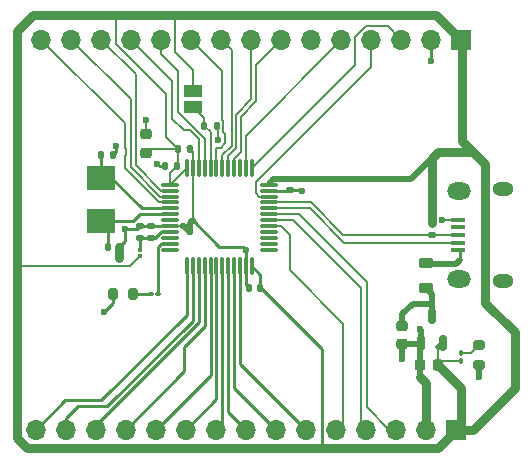
<source format=gbr>
%TF.GenerationSoftware,KiCad,Pcbnew,8.0.8*%
%TF.CreationDate,2025-01-21T23:24:59+01:00*%
%TF.ProjectId,STM32_Design,53544d33-325f-4446-9573-69676e2e6b69,rev?*%
%TF.SameCoordinates,Original*%
%TF.FileFunction,Copper,L1,Top*%
%TF.FilePolarity,Positive*%
%FSLAX46Y46*%
G04 Gerber Fmt 4.6, Leading zero omitted, Abs format (unit mm)*
G04 Created by KiCad (PCBNEW 8.0.8) date 2025-01-21 23:24:59*
%MOMM*%
%LPD*%
G01*
G04 APERTURE LIST*
G04 Aperture macros list*
%AMRoundRect*
0 Rectangle with rounded corners*
0 $1 Rounding radius*
0 $2 $3 $4 $5 $6 $7 $8 $9 X,Y pos of 4 corners*
0 Add a 4 corners polygon primitive as box body*
4,1,4,$2,$3,$4,$5,$6,$7,$8,$9,$2,$3,0*
0 Add four circle primitives for the rounded corners*
1,1,$1+$1,$2,$3*
1,1,$1+$1,$4,$5*
1,1,$1+$1,$6,$7*
1,1,$1+$1,$8,$9*
0 Add four rect primitives between the rounded corners*
20,1,$1+$1,$2,$3,$4,$5,0*
20,1,$1+$1,$4,$5,$6,$7,0*
20,1,$1+$1,$6,$7,$8,$9,0*
20,1,$1+$1,$8,$9,$2,$3,0*%
G04 Aperture macros list end*
%TA.AperFunction,SMDPad,CuDef*%
%ADD10RoundRect,0.075000X0.075000X-0.125000X0.075000X0.125000X-0.075000X0.125000X-0.075000X-0.125000X0*%
%TD*%
%TA.AperFunction,SMDPad,CuDef*%
%ADD11R,2.400000X2.000000*%
%TD*%
%TA.AperFunction,SMDPad,CuDef*%
%ADD12RoundRect,0.075000X-0.662500X-0.075000X0.662500X-0.075000X0.662500X0.075000X-0.662500X0.075000X0*%
%TD*%
%TA.AperFunction,SMDPad,CuDef*%
%ADD13RoundRect,0.075000X-0.075000X-0.662500X0.075000X-0.662500X0.075000X0.662500X-0.075000X0.662500X0*%
%TD*%
%TA.AperFunction,SMDPad,CuDef*%
%ADD14RoundRect,0.150000X0.150000X-0.512500X0.150000X0.512500X-0.150000X0.512500X-0.150000X-0.512500X0*%
%TD*%
%TA.AperFunction,SMDPad,CuDef*%
%ADD15RoundRect,0.135000X0.185000X-0.135000X0.185000X0.135000X-0.185000X0.135000X-0.185000X-0.135000X0*%
%TD*%
%TA.AperFunction,SMDPad,CuDef*%
%ADD16RoundRect,0.200000X0.200000X0.275000X-0.200000X0.275000X-0.200000X-0.275000X0.200000X-0.275000X0*%
%TD*%
%TA.AperFunction,SMDPad,CuDef*%
%ADD17RoundRect,0.135000X0.135000X0.185000X-0.135000X0.185000X-0.135000X-0.185000X0.135000X-0.185000X0*%
%TD*%
%TA.AperFunction,SMDPad,CuDef*%
%ADD18RoundRect,0.200000X-0.275000X0.200000X-0.275000X-0.200000X0.275000X-0.200000X0.275000X0.200000X0*%
%TD*%
%TA.AperFunction,SMDPad,CuDef*%
%ADD19R,1.500000X1.000000*%
%TD*%
%TA.AperFunction,ComponentPad*%
%ADD20R,1.700000X1.700000*%
%TD*%
%TA.AperFunction,ComponentPad*%
%ADD21O,1.700000X1.700000*%
%TD*%
%TA.AperFunction,SMDPad,CuDef*%
%ADD22R,1.300000X0.450000*%
%TD*%
%TA.AperFunction,HeatsinkPad*%
%ADD23O,1.800000X1.150000*%
%TD*%
%TA.AperFunction,HeatsinkPad*%
%ADD24O,2.000000X1.450000*%
%TD*%
%TA.AperFunction,SMDPad,CuDef*%
%ADD25RoundRect,0.218750X-0.381250X0.218750X-0.381250X-0.218750X0.381250X-0.218750X0.381250X0.218750X0*%
%TD*%
%TA.AperFunction,SMDPad,CuDef*%
%ADD26RoundRect,0.100000X-0.130000X-0.100000X0.130000X-0.100000X0.130000X0.100000X-0.130000X0.100000X0*%
%TD*%
%TA.AperFunction,SMDPad,CuDef*%
%ADD27RoundRect,0.100000X-0.100000X0.130000X-0.100000X-0.130000X0.100000X-0.130000X0.100000X0.130000X0*%
%TD*%
%TA.AperFunction,SMDPad,CuDef*%
%ADD28RoundRect,0.140000X-0.140000X-0.170000X0.140000X-0.170000X0.140000X0.170000X-0.140000X0.170000X0*%
%TD*%
%TA.AperFunction,SMDPad,CuDef*%
%ADD29RoundRect,0.140000X0.170000X-0.140000X0.170000X0.140000X-0.170000X0.140000X-0.170000X-0.140000X0*%
%TD*%
%TA.AperFunction,SMDPad,CuDef*%
%ADD30RoundRect,0.140000X-0.170000X0.140000X-0.170000X-0.140000X0.170000X-0.140000X0.170000X0.140000X0*%
%TD*%
%TA.AperFunction,SMDPad,CuDef*%
%ADD31RoundRect,0.140000X0.140000X0.170000X-0.140000X0.170000X-0.140000X-0.170000X0.140000X-0.170000X0*%
%TD*%
%TA.AperFunction,SMDPad,CuDef*%
%ADD32RoundRect,0.225000X0.250000X-0.225000X0.250000X0.225000X-0.250000X0.225000X-0.250000X-0.225000X0*%
%TD*%
%TA.AperFunction,SMDPad,CuDef*%
%ADD33RoundRect,0.225000X0.225000X0.250000X-0.225000X0.250000X-0.225000X-0.250000X0.225000X-0.250000X0*%
%TD*%
%TA.AperFunction,SMDPad,CuDef*%
%ADD34RoundRect,0.225000X-0.250000X0.225000X-0.250000X-0.225000X0.250000X-0.225000X0.250000X0.225000X0*%
%TD*%
%TA.AperFunction,ViaPad*%
%ADD35C,0.600000*%
%TD*%
%TA.AperFunction,Conductor*%
%ADD36C,0.200000*%
%TD*%
%TA.AperFunction,Conductor*%
%ADD37C,0.250000*%
%TD*%
%TA.AperFunction,Conductor*%
%ADD38C,0.500000*%
%TD*%
%TA.AperFunction,Conductor*%
%ADD39C,0.750000*%
%TD*%
G04 APERTURE END LIST*
D10*
%TO.P,L1,1,1*%
%TO.N,+3.3V*%
X111750000Y-81775000D03*
%TO.P,L1,2,2*%
%TO.N,+3.3VA*%
X111750000Y-81275000D03*
%TD*%
D11*
%TO.P,Y1,1,1*%
%TO.N,/HSE_OUT*%
X108500000Y-75150000D03*
%TO.P,Y1,2,2*%
%TO.N,/HSE_IN*%
X108500000Y-78850000D03*
%TD*%
D12*
%TO.P,U2,1,VBAT*%
%TO.N,+3.3V*%
X114337500Y-75750000D03*
%TO.P,U2,2,PC13*%
%TO.N,PC13*%
X114337500Y-76250000D03*
%TO.P,U2,3,PC14*%
%TO.N,PC14*%
X114337500Y-76750000D03*
%TO.P,U2,4,PC15*%
%TO.N,PC15*%
X114337500Y-77250000D03*
%TO.P,U2,5,PD0*%
%TO.N,/HSE_OUT*%
X114337500Y-77750000D03*
%TO.P,U2,6,PD1*%
%TO.N,/HSE_IN*%
X114337500Y-78250000D03*
%TO.P,U2,7,NRST*%
%TO.N,unconnected-(U2-NRST-Pad7)*%
X114337500Y-78750000D03*
%TO.P,U2,8,VSSA*%
%TO.N,GND*%
X114337500Y-79250000D03*
%TO.P,U2,9,VDDA*%
%TO.N,+3.3VA*%
X114337500Y-79750000D03*
%TO.P,U2,10,PA0*%
%TO.N,unconnected-(U2-PA0-Pad10)*%
X114337500Y-80250000D03*
%TO.P,U2,11,PA1*%
%TO.N,Net-(D2-A)*%
X114337500Y-80750000D03*
%TO.P,U2,12,PA2*%
%TO.N,unconnected-(U2-PA2-Pad12)*%
X114337500Y-81250000D03*
D13*
%TO.P,U2,13,PA3*%
%TO.N,PA3*%
X115750000Y-82662500D03*
%TO.P,U2,14,PA4*%
%TO.N,PA4*%
X116250000Y-82662500D03*
%TO.P,U2,15,PA5*%
%TO.N,PA5*%
X116750000Y-82662500D03*
%TO.P,U2,16,PA6*%
%TO.N,PA6*%
X117250000Y-82662500D03*
%TO.P,U2,17,PA7*%
%TO.N,PA7*%
X117750000Y-82662500D03*
%TO.P,U2,18,PB0*%
%TO.N,PB0*%
X118250000Y-82662500D03*
%TO.P,U2,19,PB1*%
%TO.N,PB1*%
X118750000Y-82662500D03*
%TO.P,U2,20,PB2*%
%TO.N,PB2*%
X119250000Y-82662500D03*
%TO.P,U2,21,PB10*%
%TO.N,PB10*%
X119750000Y-82662500D03*
%TO.P,U2,22,PB11*%
%TO.N,PB11*%
X120250000Y-82662500D03*
%TO.P,U2,23,VSS*%
%TO.N,GND*%
X120750000Y-82662500D03*
%TO.P,U2,24,VDD*%
%TO.N,+3.3V*%
X121250000Y-82662500D03*
D12*
%TO.P,U2,25,PB12*%
%TO.N,unconnected-(U2-PB12-Pad25)*%
X122662500Y-81250000D03*
%TO.P,U2,26,PB13*%
%TO.N,unconnected-(U2-PB13-Pad26)*%
X122662500Y-80750000D03*
%TO.P,U2,27,PB14*%
%TO.N,unconnected-(U2-PB14-Pad27)*%
X122662500Y-80250000D03*
%TO.P,U2,28,PB15*%
%TO.N,unconnected-(U2-PB15-Pad28)*%
X122662500Y-79750000D03*
%TO.P,U2,29,PA8*%
%TO.N,PA8*%
X122662500Y-79250000D03*
%TO.P,U2,30,PA9*%
%TO.N,PA9*%
X122662500Y-78750000D03*
%TO.P,U2,31,PA10*%
%TO.N,PA10*%
X122662500Y-78250000D03*
%TO.P,U2,32,PA11*%
%TO.N,USB_D-*%
X122662500Y-77750000D03*
%TO.P,U2,33,PA12*%
%TO.N,USB_D+*%
X122662500Y-77250000D03*
%TO.P,U2,34,PA13*%
%TO.N,SWDIO*%
X122662500Y-76750000D03*
%TO.P,U2,35,VSS*%
%TO.N,GND*%
X122662500Y-76250000D03*
%TO.P,U2,36,VDD*%
%TO.N,+3.3V*%
X122662500Y-75750000D03*
D13*
%TO.P,U2,37,PA14*%
%TO.N,SWCLK*%
X121250000Y-74337500D03*
%TO.P,U2,38,PA15*%
%TO.N,PA15*%
X120750000Y-74337500D03*
%TO.P,U2,39,PB3*%
%TO.N,PB3*%
X120250000Y-74337500D03*
%TO.P,U2,40,PB4*%
%TO.N,PB4*%
X119750000Y-74337500D03*
%TO.P,U2,41,PB5*%
%TO.N,PB5*%
X119250000Y-74337500D03*
%TO.P,U2,42,PB6*%
%TO.N,PB6*%
X118750000Y-74337500D03*
%TO.P,U2,43,PB7*%
%TO.N,PB7*%
X118250000Y-74337500D03*
%TO.P,U2,44,BOOT0*%
%TO.N,/BOOT0*%
X117750000Y-74337500D03*
%TO.P,U2,45,PB8*%
%TO.N,PB8*%
X117250000Y-74337500D03*
%TO.P,U2,46,PB9*%
%TO.N,PB9*%
X116750000Y-74337500D03*
%TO.P,U2,47,VSS*%
%TO.N,GND*%
X116250000Y-74337500D03*
%TO.P,U2,48,VDD*%
%TO.N,+3.3V*%
X115750000Y-74337500D03*
%TD*%
D14*
%TO.P,U1,3,VI*%
%TO.N,VCC*%
X136500000Y-86862500D03*
%TO.P,U1,2,VO*%
%TO.N,+3.3V*%
X137450000Y-89137500D03*
%TO.P,U1,1,GND*%
%TO.N,GND*%
X135550000Y-89137500D03*
%TD*%
D15*
%TO.P,R4,2*%
%TO.N,+3.3V*%
X136500000Y-78990000D03*
%TO.P,R4,1*%
%TO.N,USB_D+*%
X136500000Y-80010000D03*
%TD*%
D16*
%TO.P,R3,1*%
%TO.N,Net-(D2-K)*%
X111150000Y-85000000D03*
%TO.P,R3,2*%
%TO.N,GND*%
X109500000Y-85000000D03*
%TD*%
D17*
%TO.P,R2,1*%
%TO.N,GND*%
X118260000Y-70750000D03*
%TO.P,R2,2*%
%TO.N,/BOOT0*%
X117240000Y-70750000D03*
%TD*%
D18*
%TO.P,R1,1*%
%TO.N,Net-(D1-K)*%
X140500000Y-89350000D03*
%TO.P,R1,2*%
%TO.N,GND*%
X140500000Y-91000000D03*
%TD*%
D19*
%TO.P,JP1,1,A*%
%TO.N,/BOOT0*%
X116250000Y-69150000D03*
%TO.P,JP1,2,B*%
%TO.N,+3.3V*%
X116250000Y-67850000D03*
%TD*%
D20*
%TO.P,J3,1,Pin_1*%
%TO.N,+3.3V*%
X138500000Y-96500000D03*
D21*
%TO.P,J3,2,Pin_2*%
%TO.N,GND*%
X135960000Y-96500000D03*
%TO.P,J3,3,Pin_3*%
%TO.N,PA10*%
X133420000Y-96500000D03*
%TO.P,J3,4,Pin_4*%
%TO.N,PA9*%
X130880000Y-96500000D03*
%TO.P,J3,5,Pin_5*%
%TO.N,PA8*%
X128340000Y-96500000D03*
%TO.P,J3,6,Pin_6*%
%TO.N,PB11*%
X125800000Y-96500000D03*
%TO.P,J3,7,Pin_7*%
%TO.N,PB10*%
X123260000Y-96500000D03*
%TO.P,J3,8,Pin_8*%
%TO.N,PB2*%
X120720000Y-96500000D03*
%TO.P,J3,9,Pin_9*%
%TO.N,PB1*%
X118180000Y-96500000D03*
%TO.P,J3,10,Pin_10*%
%TO.N,PB0*%
X115640000Y-96500000D03*
%TO.P,J3,11,Pin_11*%
%TO.N,PA7*%
X113100000Y-96500000D03*
%TO.P,J3,12,Pin_12*%
%TO.N,PA6*%
X110560000Y-96500000D03*
%TO.P,J3,13,Pin_13*%
%TO.N,PA5*%
X108020000Y-96500000D03*
%TO.P,J3,14,Pin_14*%
%TO.N,PA4*%
X105480000Y-96500000D03*
%TO.P,J3,15,Pin_15*%
%TO.N,PA3*%
X102940000Y-96500000D03*
%TD*%
D20*
%TO.P,J2,1,Pin_1*%
%TO.N,+3.3V*%
X139000000Y-63500000D03*
D21*
%TO.P,J2,2,Pin_2*%
%TO.N,GND*%
X136460000Y-63500000D03*
%TO.P,J2,3,Pin_3*%
%TO.N,SWCLK*%
X133920000Y-63500000D03*
%TO.P,J2,4,Pin_4*%
%TO.N,SWDIO*%
X131380000Y-63500000D03*
%TO.P,J2,5,Pin_5*%
%TO.N,PA15*%
X128840000Y-63500000D03*
%TO.P,J2,6,Pin_6*%
%TO.N,SW0*%
X126300000Y-63500000D03*
%TO.P,J2,7,Pin_7*%
%TO.N,PB4*%
X123760000Y-63500000D03*
%TO.P,J2,8,Pin_8*%
%TO.N,PB5*%
X121220000Y-63500000D03*
%TO.P,J2,9,Pin_9*%
%TO.N,PB6*%
X118680000Y-63500000D03*
%TO.P,J2,10,Pin_10*%
%TO.N,PB7*%
X116140000Y-63500000D03*
%TO.P,J2,11,Pin_11*%
%TO.N,PB8*%
X113600000Y-63500000D03*
%TO.P,J2,12,Pin_12*%
%TO.N,PB9*%
X111060000Y-63500000D03*
%TO.P,J2,13,Pin_13*%
%TO.N,PC13*%
X108520000Y-63500000D03*
%TO.P,J2,14,Pin_14*%
%TO.N,PC14*%
X105980000Y-63500000D03*
%TO.P,J2,15,Pin_15*%
%TO.N,PC15*%
X103440000Y-63500000D03*
%TD*%
D22*
%TO.P,J1,1,VBUS*%
%TO.N,+5V*%
X138700000Y-81300000D03*
%TO.P,J1,2,D-*%
%TO.N,USB_D-*%
X138700000Y-80650000D03*
%TO.P,J1,3,D+*%
%TO.N,USB_D+*%
X138700000Y-80000000D03*
%TO.P,J1,4,ID*%
%TO.N,unconnected-(J1-ID-Pad4)*%
X138700000Y-79350000D03*
%TO.P,J1,5,GND*%
%TO.N,GND*%
X138700000Y-78700000D03*
D23*
%TO.P,J1,6,Shield*%
%TO.N,unconnected-(J1-Shield-Pad6)*%
X142550000Y-83875000D03*
D24*
%TO.N,unconnected-(J1-Shield-Pad6)_1*%
X138750000Y-83725000D03*
%TO.N,unconnected-(J1-Shield-Pad6)_2*%
X138750000Y-76275000D03*
D23*
%TO.N,unconnected-(J1-Shield-Pad6)_3*%
X142550000Y-76125000D03*
%TD*%
D25*
%TO.P,FB1,1*%
%TO.N,+5V*%
X136000000Y-82337500D03*
%TO.P,FB1,2*%
%TO.N,VCC*%
X136000000Y-84462500D03*
%TD*%
D26*
%TO.P,D2,2,A*%
%TO.N,Net-(D2-A)*%
X113320000Y-85000000D03*
%TO.P,D2,1,K*%
%TO.N,Net-(D2-K)*%
X112680000Y-85000000D03*
%TD*%
D27*
%TO.P,D1,1,K*%
%TO.N,Net-(D1-K)*%
X139000000Y-90025000D03*
%TO.P,D1,2,A*%
%TO.N,+3.3V*%
X139000000Y-90665000D03*
%TD*%
D28*
%TO.P,C11,1*%
%TO.N,/HSE_IN*%
X109040000Y-81000000D03*
%TO.P,C11,2*%
%TO.N,GND*%
X110000000Y-81000000D03*
%TD*%
%TO.P,C10,1*%
%TO.N,/HSE_OUT*%
X108520000Y-73250000D03*
%TO.P,C10,2*%
%TO.N,GND*%
X109480000Y-73250000D03*
%TD*%
D29*
%TO.P,C9,1*%
%TO.N,+3.3VA*%
X112750000Y-80230000D03*
%TO.P,C9,2*%
%TO.N,GND*%
X112750000Y-79270000D03*
%TD*%
%TO.P,C8,1*%
%TO.N,+3.3VA*%
X111750000Y-80230000D03*
%TO.P,C8,2*%
%TO.N,GND*%
X111750000Y-79270000D03*
%TD*%
D28*
%TO.P,C7,1*%
%TO.N,+3.3V*%
X115020000Y-72750000D03*
%TO.P,C7,2*%
%TO.N,GND*%
X115980000Y-72750000D03*
%TD*%
D30*
%TO.P,C6,2*%
%TO.N,GND*%
X124500000Y-76230000D03*
%TO.P,C6,1*%
%TO.N,+3.3V*%
X124500000Y-75270000D03*
%TD*%
D31*
%TO.P,C5,2*%
%TO.N,GND*%
X121020000Y-84500000D03*
%TO.P,C5,1*%
%TO.N,+3.3V*%
X121980000Y-84500000D03*
%TD*%
%TO.P,C4,1*%
%TO.N,+3.3V*%
X114880000Y-74200000D03*
%TO.P,C4,2*%
%TO.N,GND*%
X113920000Y-74200000D03*
%TD*%
D32*
%TO.P,C3,1*%
%TO.N,+3.3V*%
X112250000Y-73025000D03*
%TO.P,C3,2*%
%TO.N,GND*%
X112250000Y-71475000D03*
%TD*%
D33*
%TO.P,C2,2*%
%TO.N,GND*%
X135450000Y-91000000D03*
%TO.P,C2,1*%
%TO.N,+3.3V*%
X137000000Y-91000000D03*
%TD*%
D34*
%TO.P,C1,2*%
%TO.N,GND*%
X134000000Y-89275000D03*
%TO.P,C1,1*%
%TO.N,VCC*%
X134000000Y-87725000D03*
%TD*%
D35*
%TO.N,GND*%
X113250000Y-74000000D03*
X136460000Y-65250000D03*
X125500000Y-76250000D03*
X120750000Y-81250000D03*
X116000000Y-79750000D03*
X110500000Y-79475000D03*
X109750000Y-72500000D03*
X108750000Y-86500000D03*
X137375000Y-78746122D03*
X135500000Y-88000000D03*
X134000000Y-90500000D03*
X135450000Y-92000000D03*
X140500000Y-92000000D03*
X112250000Y-70250000D03*
X118400000Y-72000000D03*
X110000000Y-82000000D03*
%TD*%
D36*
%TO.N,+3.3V*%
X114337500Y-74742500D02*
X114880000Y-74200000D01*
X114337500Y-75750000D02*
X114337500Y-74742500D01*
X115020000Y-74060000D02*
X114880000Y-74200000D01*
X115020000Y-72750000D02*
X115020000Y-74060000D01*
D37*
%TO.N,GND*%
X113450000Y-74200000D02*
X113250000Y-74000000D01*
X113920000Y-74200000D02*
X113450000Y-74200000D01*
%TO.N,Net-(D2-K)*%
X112680000Y-85000000D02*
X111150000Y-85000000D01*
D38*
%TO.N,VCC*%
X136500000Y-84962500D02*
X136000000Y-84462500D01*
X136500000Y-86862500D02*
X136500000Y-84962500D01*
%TO.N,+5V*%
X136162500Y-82500000D02*
X138500000Y-82500000D01*
X136000000Y-82337500D02*
X136162500Y-82500000D01*
X138500000Y-82500000D02*
X138845000Y-82155000D01*
D36*
%TO.N,GND*%
X137375000Y-78746122D02*
X137421122Y-78700000D01*
%TO.N,USB_D+*%
X136510000Y-80000000D02*
X136500000Y-80010000D01*
X138700000Y-80000000D02*
X136510000Y-80000000D01*
%TO.N,GND*%
X137421122Y-78700000D02*
X138700000Y-78700000D01*
%TO.N,USB_D-*%
X126179314Y-77750000D02*
X122662500Y-77750000D01*
X129084314Y-80655000D02*
X126179314Y-77750000D01*
X138695000Y-80655000D02*
X129084314Y-80655000D01*
X138700000Y-80650000D02*
X138695000Y-80655000D01*
D39*
%TO.N,+3.3V*%
X141000000Y-74000000D02*
X140000000Y-73000000D01*
X141000000Y-85750000D02*
X141000000Y-74000000D01*
X143496346Y-88246346D02*
X141000000Y-85750000D01*
X143496346Y-92983654D02*
X143496346Y-88246346D01*
X138500000Y-96500000D02*
X139980000Y-96500000D01*
X139980000Y-96500000D02*
X143496346Y-92983654D01*
%TO.N,GND*%
X135960000Y-92510000D02*
X135450000Y-92000000D01*
X135960000Y-96500000D02*
X135960000Y-92510000D01*
D37*
X110500000Y-79475000D02*
X110500000Y-80500000D01*
X110500000Y-80500000D02*
X110000000Y-81000000D01*
D39*
X110000000Y-81000000D02*
X110000000Y-81925000D01*
D37*
X111545000Y-79475000D02*
X111750000Y-79270000D01*
D38*
X115500000Y-79250000D02*
X115319542Y-79250000D01*
X116000000Y-79000000D02*
X116250000Y-78750000D01*
X116000000Y-79750000D02*
X116000000Y-79000000D01*
X116000000Y-79750000D02*
X115500000Y-79250000D01*
X140500000Y-92000000D02*
X140500000Y-91000000D01*
D37*
X136460000Y-65250000D02*
X136460000Y-63500000D01*
X109500000Y-85000000D02*
X109500000Y-85750000D01*
X109500000Y-85750000D02*
X108750000Y-86500000D01*
X109750000Y-72500000D02*
X109750000Y-72980000D01*
X109750000Y-72980000D02*
X109480000Y-73250000D01*
D36*
X115980000Y-72750000D02*
X115750000Y-72520000D01*
D37*
X115980000Y-72802236D02*
X115980000Y-72750000D01*
D36*
X115980000Y-72750000D02*
X116250000Y-73020000D01*
%TO.N,+3.3V*%
X109750000Y-63816346D02*
X109750000Y-61375000D01*
X114020000Y-68086346D02*
X109750000Y-63816346D01*
X112525000Y-72750000D02*
X112250000Y-73025000D01*
X114020000Y-71750000D02*
X114020000Y-68086346D01*
%TO.N,GND*%
X116250000Y-73020000D02*
X116250000Y-74337500D01*
%TO.N,+3.3V*%
X115020000Y-72750000D02*
X112525000Y-72750000D01*
X115020000Y-72750000D02*
X114020000Y-71750000D01*
D38*
%TO.N,GND*%
X135450000Y-89237500D02*
X135550000Y-89137500D01*
X135450000Y-91000000D02*
X135450000Y-89237500D01*
X135412500Y-89275000D02*
X135550000Y-89137500D01*
X134000000Y-89275000D02*
X135412500Y-89275000D01*
D36*
%TO.N,SWDIO*%
X121625000Y-76482410D02*
X121892590Y-76750000D01*
X121625000Y-75517590D02*
X121625000Y-76482410D01*
X131380000Y-65762590D02*
X121625000Y-75517590D01*
X131380000Y-63500000D02*
X131380000Y-65762590D01*
X121892590Y-76750000D02*
X122662500Y-76750000D01*
%TO.N,PA15*%
X120750000Y-71590000D02*
X120750000Y-74337500D01*
X128840000Y-63500000D02*
X120750000Y-71590000D01*
%TO.N,PB4*%
X119750000Y-73567590D02*
X119750000Y-74337500D01*
X120330000Y-69985686D02*
X120330000Y-72987590D01*
X120330000Y-72987590D02*
X119750000Y-73567590D01*
X121620000Y-68695686D02*
X120330000Y-69985686D01*
X121620000Y-65640000D02*
X121620000Y-68695686D01*
X123760000Y-63500000D02*
X121620000Y-65640000D01*
%TO.N,PB5*%
X119250000Y-73315686D02*
X119250000Y-74337500D01*
X119930000Y-72635686D02*
X119250000Y-73315686D01*
X121220000Y-68530000D02*
X119930000Y-69820000D01*
X121220000Y-63500000D02*
X121220000Y-68530000D01*
X119930000Y-69820000D02*
X119930000Y-72635686D01*
%TO.N,PB6*%
X118750000Y-73250000D02*
X118750000Y-74337500D01*
X119530000Y-72470000D02*
X118750000Y-73250000D01*
X119530000Y-64350000D02*
X119530000Y-72470000D01*
X118680000Y-63500000D02*
X119530000Y-64350000D01*
%TO.N,PB7*%
X118250000Y-72600000D02*
X118250000Y-74337500D01*
X118648529Y-72600000D02*
X118250000Y-72600000D01*
X119000000Y-72248529D02*
X118648529Y-72600000D01*
X119000000Y-71448924D02*
X119000000Y-72248529D01*
X118830000Y-71278924D02*
X119000000Y-71448924D01*
X118830000Y-70381076D02*
X118830000Y-71278924D01*
X118750000Y-66110000D02*
X118750000Y-70301076D01*
X118750000Y-70301076D02*
X118830000Y-70381076D01*
X116140000Y-63500000D02*
X118750000Y-66110000D01*
%TO.N,/BOOT0*%
X117240000Y-70750000D02*
X117750000Y-71260000D01*
X117750000Y-71260000D02*
X117750000Y-74337500D01*
X117240000Y-70750000D02*
X117240000Y-70140000D01*
%TO.N,GND*%
X118400000Y-70890000D02*
X118260000Y-70750000D01*
%TO.N,/BOOT0*%
X117240000Y-70140000D02*
X116250000Y-69150000D01*
%TO.N,+3.3V*%
X116250000Y-66000000D02*
X114750000Y-64500000D01*
X114750000Y-64500000D02*
X114750000Y-61375000D01*
X116250000Y-67850000D02*
X116250000Y-66000000D01*
%TO.N,PB8*%
X115000000Y-66102081D02*
X115000000Y-69585785D01*
X117250000Y-71835785D02*
X117250000Y-74337500D01*
X113600000Y-64702081D02*
X115000000Y-66102081D01*
X115000000Y-69585785D02*
X117250000Y-71835785D01*
X113600000Y-63500000D02*
X113600000Y-64702081D01*
%TO.N,PB9*%
X116750000Y-71901471D02*
X116750000Y-74337500D01*
X115998529Y-71150000D02*
X116750000Y-71901471D01*
X114500000Y-70148529D02*
X115501471Y-71150000D01*
X114500000Y-66940000D02*
X114500000Y-70148529D01*
X111060000Y-63500000D02*
X114500000Y-66940000D01*
X115501471Y-71150000D02*
X115998529Y-71150000D01*
D37*
%TO.N,GND*%
X120500000Y-81000000D02*
X118500000Y-81000000D01*
X120750000Y-81250000D02*
X120500000Y-81000000D01*
X118500000Y-81000000D02*
X116250000Y-78750000D01*
D36*
X116250000Y-74337500D02*
X116250000Y-78750000D01*
X112250000Y-70250000D02*
X112250000Y-71475000D01*
D39*
%TO.N,+3.3V*%
X109750000Y-61375000D02*
X114750000Y-61375000D01*
X102761476Y-61375000D02*
X109750000Y-61375000D01*
D36*
X112505000Y-73025000D02*
X112250000Y-73025000D01*
%TO.N,PC13*%
X113532843Y-76250000D02*
X114337500Y-76250000D01*
X111400000Y-74117157D02*
X113532843Y-76250000D01*
X108520000Y-63500000D02*
X111400000Y-66380000D01*
X111400000Y-66380000D02*
X111400000Y-74117157D01*
%TO.N,PC14*%
X111000000Y-74282843D02*
X113467157Y-76750000D01*
X111000000Y-68520000D02*
X111000000Y-74282843D01*
X113467157Y-76750000D02*
X114337500Y-76750000D01*
X105980000Y-63500000D02*
X111000000Y-68520000D01*
D39*
%TO.N,+3.3V*%
X114750000Y-61375000D02*
X136875000Y-61375000D01*
D36*
X115750000Y-74337500D02*
X114337500Y-75750000D01*
%TO.N,PC15*%
X110600000Y-73248529D02*
X110600000Y-72751471D01*
X110600000Y-72751471D02*
X110500000Y-72651471D01*
X110500000Y-73348529D02*
X110600000Y-73248529D01*
X110500000Y-74348529D02*
X110500000Y-73348529D01*
X110500000Y-70560000D02*
X103440000Y-63500000D01*
X113401471Y-77250000D02*
X110500000Y-74348529D01*
X110500000Y-72651471D02*
X110500000Y-70560000D01*
X114337500Y-77250000D02*
X113401471Y-77250000D01*
D37*
%TO.N,/HSE_OUT*%
X108520000Y-75130000D02*
X108500000Y-75150000D01*
X108520000Y-73250000D02*
X108520000Y-75130000D01*
D38*
%TO.N,+3.3V*%
X134730000Y-75270000D02*
X136500000Y-73500000D01*
X124500000Y-75270000D02*
X134730000Y-75270000D01*
X123042500Y-75270000D02*
X122662500Y-75650000D01*
X124500000Y-75270000D02*
X123042500Y-75270000D01*
D37*
%TO.N,GND*%
X125480000Y-76230000D02*
X125500000Y-76250000D01*
X124500000Y-76230000D02*
X125480000Y-76230000D01*
X124500000Y-76230000D02*
X124480000Y-76250000D01*
X124480000Y-76250000D02*
X122662500Y-76250000D01*
D36*
%TO.N,+3.3V*%
X101600000Y-82600000D02*
X110925000Y-82600000D01*
X110925000Y-82600000D02*
X111750000Y-81775000D01*
D39*
X101375000Y-97197690D02*
X101375000Y-82625000D01*
X102177310Y-98000000D02*
X101375000Y-97197690D01*
X127500000Y-98000000D02*
X102177310Y-98000000D01*
X136875000Y-61375000D02*
X139000000Y-63500000D01*
X101375000Y-62761476D02*
X102761476Y-61375000D01*
X101375000Y-82375000D02*
X101375000Y-62761476D01*
D36*
X101600000Y-82600000D02*
X101500000Y-82500000D01*
D37*
%TO.N,+3.3VA*%
X111750000Y-80230000D02*
X111750000Y-81250000D01*
X113532236Y-79750000D02*
X114337500Y-79750000D01*
X113052236Y-80230000D02*
X113532236Y-79750000D01*
X112750000Y-80230000D02*
X113052236Y-80230000D01*
X111750000Y-80230000D02*
X112750000Y-80230000D01*
%TO.N,GND*%
X112750000Y-79270000D02*
X111750000Y-79270000D01*
X112770000Y-79250000D02*
X112750000Y-79270000D01*
X114337500Y-79250000D02*
X112770000Y-79250000D01*
X120750000Y-82662500D02*
X120750000Y-81250000D01*
%TO.N,/HSE_IN*%
X109040000Y-79390000D02*
X108500000Y-78850000D01*
X109040000Y-81000000D02*
X109040000Y-79390000D01*
%TO.N,/HSE_OUT*%
X109325000Y-75150000D02*
X108500000Y-75150000D01*
X111925000Y-77750000D02*
X109325000Y-75150000D01*
X114337500Y-77750000D02*
X111925000Y-77750000D01*
%TO.N,/HSE_IN*%
X111150000Y-78850000D02*
X108500000Y-78850000D01*
X111750000Y-78250000D02*
X111150000Y-78850000D01*
X114337500Y-78250000D02*
X111750000Y-78250000D01*
%TO.N,Net-(D2-A)*%
X113532236Y-80750000D02*
X114337500Y-80750000D01*
X113275000Y-84955000D02*
X113275000Y-81007236D01*
X113275000Y-81007236D02*
X113532236Y-80750000D01*
X113320000Y-85000000D02*
X113275000Y-84955000D01*
%TO.N,PA3*%
X105440000Y-94000000D02*
X102940000Y-96500000D01*
X108500000Y-94000000D02*
X105440000Y-94000000D01*
X115750000Y-86750000D02*
X108500000Y-94000000D01*
X115750000Y-82662500D02*
X115750000Y-86750000D01*
%TO.N,PA4*%
X109000000Y-94500000D02*
X106500000Y-94500000D01*
X105480000Y-95520000D02*
X105480000Y-96500000D01*
X116250000Y-87250000D02*
X109000000Y-94500000D01*
X106500000Y-94500000D02*
X105480000Y-95520000D01*
X116250000Y-82662500D02*
X116250000Y-87250000D01*
%TO.N,PA6*%
X115500000Y-91560000D02*
X110560000Y-96500000D01*
X115500000Y-89500000D02*
X115500000Y-91560000D01*
X117250000Y-87750000D02*
X115500000Y-89500000D01*
X117250000Y-82662500D02*
X117250000Y-87750000D01*
%TO.N,PA7*%
X117750000Y-91850000D02*
X113100000Y-96500000D01*
X117750000Y-82662500D02*
X117750000Y-91850000D01*
%TO.N,PB0*%
X118250000Y-93890000D02*
X115640000Y-96500000D01*
X118250000Y-82662500D02*
X118250000Y-93890000D01*
%TO.N,PB1*%
X118750000Y-95930000D02*
X118180000Y-96500000D01*
X118750000Y-82662500D02*
X118750000Y-95930000D01*
%TO.N,PB2*%
X119250000Y-95030000D02*
X120720000Y-96500000D01*
X119250000Y-82662500D02*
X119250000Y-95030000D01*
%TO.N,PB10*%
X119750000Y-92990000D02*
X123260000Y-96500000D01*
X119750000Y-82662500D02*
X119750000Y-92990000D01*
%TO.N,PB11*%
X120250000Y-90950000D02*
X125800000Y-96500000D01*
X120250000Y-82662500D02*
X120250000Y-90950000D01*
%TO.N,+3.3V*%
X127165000Y-97665000D02*
X127500000Y-98000000D01*
X121990000Y-84500000D02*
X127165000Y-89675000D01*
X127165000Y-89675000D02*
X127165000Y-97665000D01*
X121980000Y-84500000D02*
X121990000Y-84500000D01*
D36*
%TO.N,PA8*%
X124500000Y-83000000D02*
X124500000Y-80000000D01*
X129000000Y-95840000D02*
X129000000Y-87500000D01*
X129000000Y-87500000D02*
X124500000Y-83000000D01*
X128340000Y-96500000D02*
X129000000Y-95840000D01*
X124500000Y-80000000D02*
X123750000Y-79250000D01*
X123750000Y-79250000D02*
X122662500Y-79250000D01*
D39*
%TO.N,+3.3V*%
X137000000Y-98000000D02*
X127500000Y-98000000D01*
D37*
X121980000Y-83392500D02*
X121980000Y-84500000D01*
X121250000Y-82662500D02*
X121980000Y-83392500D01*
%TO.N,GND*%
X120750000Y-84230000D02*
X121020000Y-84500000D01*
X120750000Y-82662500D02*
X120750000Y-84230000D01*
D39*
%TO.N,+3.3V*%
X138500000Y-96500000D02*
X137000000Y-98000000D01*
D36*
%TO.N,PA9*%
X124750000Y-78750000D02*
X122662500Y-78750000D01*
X130880000Y-96500000D02*
X130500000Y-96120000D01*
%TO.N,PA10*%
X132900000Y-96500000D02*
X131000000Y-94600000D01*
X133420000Y-96500000D02*
X132900000Y-96500000D01*
D39*
%TO.N,+3.3V*%
X138980000Y-92980000D02*
X137000000Y-91000000D01*
X138980000Y-96020000D02*
X138980000Y-92980000D01*
X138500000Y-96500000D02*
X138980000Y-96020000D01*
D36*
%TO.N,PA9*%
X130500000Y-96120000D02*
X130500000Y-84500000D01*
X130500000Y-84500000D02*
X124750000Y-78750000D01*
%TO.N,PA10*%
X131000000Y-94600000D02*
X131000000Y-84000000D01*
X131000000Y-84000000D02*
X125250000Y-78250000D01*
X125250000Y-78250000D02*
X122662500Y-78250000D01*
D39*
%TO.N,+3.3V*%
X139020000Y-72020000D02*
X140000000Y-73000000D01*
X139020000Y-63520000D02*
X139020000Y-72020000D01*
X139000000Y-63500000D02*
X139020000Y-63520000D01*
X136500000Y-73500000D02*
X136500000Y-78990000D01*
X140000000Y-73000000D02*
X137000000Y-73000000D01*
X137000000Y-73000000D02*
X136500000Y-73500000D01*
D36*
%TO.N,USB_D+*%
X126245000Y-77250000D02*
X122662500Y-77250000D01*
X129005000Y-80010000D02*
X126245000Y-77250000D01*
X136500000Y-80010000D02*
X129005000Y-80010000D01*
%TO.N,Net-(D1-K)*%
X139000000Y-90025000D02*
X139825000Y-90025000D01*
X139825000Y-90025000D02*
X140500000Y-89350000D01*
%TO.N,+3.3V*%
X137335000Y-90665000D02*
X137000000Y-91000000D01*
X139000000Y-90665000D02*
X137335000Y-90665000D01*
D38*
X137087500Y-89500000D02*
X137000000Y-89500000D01*
X137450000Y-89137500D02*
X137087500Y-89500000D01*
D36*
X137000000Y-89500000D02*
X137000000Y-91000000D01*
D38*
%TO.N,GND*%
X135450000Y-91000000D02*
X135450000Y-92000000D01*
X135550000Y-88050000D02*
X135500000Y-88000000D01*
X135550000Y-89137500D02*
X135550000Y-88050000D01*
X134000000Y-89275000D02*
X134000000Y-90500000D01*
%TO.N,VCC*%
X136500000Y-86862500D02*
X136500000Y-85862500D01*
X134000000Y-86725000D02*
X134000000Y-87575000D01*
X134862500Y-85862500D02*
X136500000Y-85862500D01*
X134000000Y-86725000D02*
X134862500Y-85862500D01*
D37*
%TO.N,+5V*%
X138845000Y-82155000D02*
X138845000Y-81330000D01*
%TO.N,PA5*%
X108020000Y-96116396D02*
X108020000Y-96500000D01*
X116750000Y-87386396D02*
X108020000Y-96116396D01*
X116750000Y-82662500D02*
X116750000Y-87386396D01*
D36*
%TO.N,SWCLK*%
X130900000Y-62350000D02*
X129990000Y-63260000D01*
X133920000Y-63500000D02*
X132770000Y-62350000D01*
X132770000Y-62350000D02*
X130900000Y-62350000D01*
X129990000Y-63260000D02*
X129990000Y-65597500D01*
X129990000Y-65597500D02*
X121250000Y-74337500D01*
%TO.N,GND*%
X118400000Y-72000000D02*
X118400000Y-70890000D01*
D37*
X110500000Y-79475000D02*
X111545000Y-79475000D01*
%TD*%
M02*

</source>
